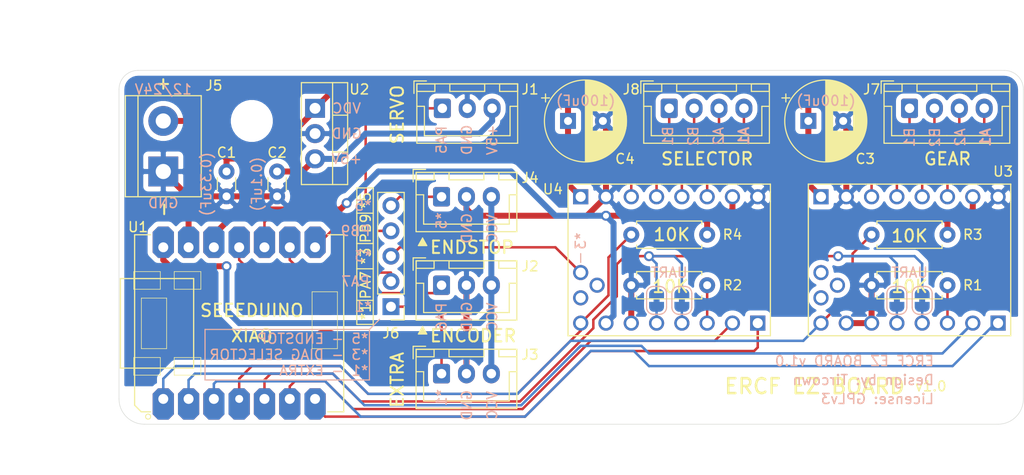
<source format=kicad_pcb>
(kicad_pcb (version 20171130) (host pcbnew "(5.1.9)-1")
  (title_block (title "ERCF EZ BOARD") (date 31/05/2021) (company "The ERCF fanclub") (comment 1 "by Tircown"))
  (layers (0 F.Cu signal) (31 B.Cu signal) (35 F.Paste user) (36 B.SilkS user) (37 F.SilkS user) (38 B.Mask user) (39 F.Mask user) (44 Edge.Cuts user))
  (net 0 "")
  (net 1 VDC)
  (net 2 GND)
  (net 3 +5V)
  (net 4 "Net-(J3-Pad1)")
  (net 5 "Net-(J4-Pad1)")
  (net 6 VCC)
  (net 7 ENCODER)
  (net 8 SERVO)
  (net 9 EXTRA)
  (net 10 S-MIN)
  (net 11 +3V3)
  (net 12 G-EN)
  (net 13 "Net-(R2-Pad1)")
  (net 14 S-EN)
  (net 15 UART)
  (net 16 S-STEP)
  (net 17 S-DIR)
  (net 18 G-STEP)
  (net 19 G-DIR)
  (net 20 "Net-(J6-Pad3)")
  (net 21 "Net-(J7-Pad4)")
  (net 22 "Net-(J7-Pad3)")
  (net 23 "Net-(J7-Pad2)")
  (net 24 "Net-(J7-Pad1)")
  (net 25 "Net-(J8-Pad1)")
  (net 26 "Net-(J8-Pad2)")
  (net 27 "Net-(J8-Pad3)")
  (net 28 "Net-(J8-Pad4)")
  (net 29 "Net-(R1-Pad1)")
  (net 30 "Net-(JP7-Pad2)")
  (net 31 "Net-(JP8-Pad2)")
  (net 32 "Net-(JP9-Pad2)")
  (net 33 "Net-(JP10-Pad2)")
  (module ercf-ez-board:SeeeduinoXIAO-MODULE14P (layer F.Cu) (at 81.28 133.35 90)
    (fp_text reference U1 (at 9.652 -2.54 180) (layer F.SilkS))
    (fp_text value SeeeduinoXIAO hide)
    (pad 14 thru_hole custom (at 7.62 0 90) (size 2 2) (drill 1) (layers *.Cu *.Mask) (net 6 VCC) (options (clearance outline) (anchor circle)) (primitives (gr_poly (pts (xy 2.032 -0.508) (xy 2.032 0.508) (xy 1.524 1.016) (xy -0.508 1.016) (xy -1.016 0.508) (xy -1.016 -0.508) (xy -0.508 -1.016) (xy 1.524 -1.016)) (width 0.1))))
    (pad 12 thru_hole custom (at 7.62 5.08 90) (size 2 2) (drill 1) (layers *.Cu *.Mask) (net 11 +3V3) (options (clearance outline) (anchor circle)) (primitives (gr_poly (pts (xy 2.032 -0.508) (xy 2.032 0.508) (xy 1.524 1.016) (xy -0.508 1.016) (xy -1.016 0.508) (xy -1.016 -0.508) (xy -0.508 -1.016) (xy 1.524 -1.016)) (width 0.1))))
    (pad 13 thru_hole custom (at 7.62 2.54 90) (size 2 2) (drill 1) (layers *.Cu *.Mask) (net 2 GND) (options (clearance outline) (anchor circle)) (primitives (gr_poly (pts (xy 2.032 -0.508) (xy 2.032 0.508) (xy 1.524 1.016) (xy -0.508 1.016) (xy -1.016 0.508) (xy -1.016 -0.508) (xy -0.508 -1.016) (xy 1.524 -1.016)) (width 0.1))))
    (pad 11 thru_hole custom (at 7.62 7.62 90) (size 2 2) (drill 1) (layers *.Cu *.Mask) (net 7 ENCODER) (options (clearance outline) (anchor circle)) (primitives (gr_poly (pts (xy 2.032 -0.508) (xy 2.032 0.508) (xy 1.524 1.016) (xy -0.508 1.016) (xy -1.016 0.508) (xy -1.016 -0.508) (xy -0.508 -1.016) (xy 1.524 -1.016)) (width 0.1))))
    (pad 8 thru_hole custom (at 7.62 15.24 90) (size 2 2) (drill 1) (layers *.Cu *.Mask) (net 10 S-MIN) (options (clearance outline) (anchor circle)) (primitives (gr_poly (pts (xy 2.032 -0.508) (xy 2.032 0.508) (xy 1.524 1.016) (xy -0.508 1.016) (xy -1.016 0.508) (xy -1.016 -0.508) (xy -0.508 -1.016) (xy 1.524 -1.016)) (width 0.1))))
    (pad 9 thru_hole custom (at 7.62 12.7 90) (size 2 2) (drill 1) (layers *.Cu *.Mask) (net 9 EXTRA) (options (clearance outline) (anchor circle)) (primitives (gr_poly (pts (xy 2.032 -0.508) (xy 2.032 0.508) (xy 1.524 1.016) (xy -0.508 1.016) (xy -1.016 0.508) (xy -1.016 -0.508) (xy -0.508 -1.016) (xy 1.524 -1.016)) (width 0.1))))
    (pad 10 thru_hole custom (at 7.62 10.16 90) (size 2 2) (drill 1) (layers *.Cu *.Mask) (net 8 SERVO) (options (clearance outline) (anchor circle)) (primitives (gr_poly (pts (xy 2.032 -0.508) (xy 2.032 0.508) (xy 1.524 1.016) (xy -0.508 1.016) (xy -1.016 0.508) (xy -1.016 -0.508) (xy -0.508 -1.016) (xy 1.524 -1.016)) (width 0.1))))
    (pad 7 thru_hole custom (at -7.62 15.24 90) (size 2 2) (drill 1) (layers *.Cu *.Mask) (net 17 S-DIR) (options (clearance outline) (anchor circle)) (primitives (gr_poly (pts (xy 1.016 -0.508) (xy 1.016 0.508) (xy 0.508 1.016) (xy -1.524 1.016) (xy -2.032 0.508) (xy -2.032 -0.508) (xy -1.524 -1.016) (xy 0.508 -1.016)) (width 0.1))))
    (pad 6 thru_hole custom (at -7.62 12.7 90) (size 2 2) (drill 1) (layers *.Cu *.Mask) (net 16 S-STEP) (options (clearance outline) (anchor circle)) (primitives (gr_poly (pts (xy 1.016 -0.508) (xy 1.016 0.508) (xy 0.508 1.016) (xy -1.524 1.016) (xy -2.032 0.508) (xy -2.032 -0.508) (xy -1.524 -1.016) (xy 0.508 -1.016)) (width 0.1))))
    (pad 5 thru_hole custom (at -7.62 10.16 90) (size 2 2) (drill 1) (layers *.Cu *.Mask) (net 15 UART) (options (clearance outline) (anchor circle)) (primitives (gr_poly (pts (xy 1.016 -0.508) (xy 1.016 0.508) (xy 0.508 1.016) (xy -1.524 1.016) (xy -2.032 0.508) (xy -2.032 -0.508) (xy -1.524 -1.016) (xy 0.508 -1.016)) (width 0.1))))
    (pad 1 thru_hole custom (at -7.62 0 90) (size 2 2) (drill 1) (layers *.Cu *.Mask) (net 12 G-EN) (options (clearance outline) (anchor circle)) (primitives (gr_poly (pts (xy 1.016 -0.508) (xy 1.016 0.508) (xy 0.508 1.016) (xy -1.524 1.016) (xy -2.032 0.508) (xy -2.032 -0.508) (xy -1.524 -1.016) (xy 0.508 -1.016)) (width 0.1))))
    (pad 2 thru_hole custom (at -7.62 2.54 90) (size 2 2) (drill 1) (layers *.Cu *.Mask) (net 18 G-STEP) (options (clearance outline) (anchor circle)) (primitives (gr_poly (pts (xy 1.016 -0.508) (xy 1.016 0.508) (xy 0.508 1.016) (xy -1.524 1.016) (xy -2.032 0.508) (xy -2.032 -0.508) (xy -1.524 -1.016) (xy 0.508 -1.016)) (width 0.1))))
    (pad 3 thru_hole custom (at -7.62 5.08 90) (size 2 2) (drill 1) (layers *.Cu *.Mask) (net 19 G-DIR) (options (clearance outline) (anchor circle)) (primitives (gr_poly (pts (xy 1.016 -0.508) (xy 1.016 0.508) (xy 0.508 1.016) (xy -1.524 1.016) (xy -2.032 0.508) (xy -2.032 -0.508) (xy -1.524 -1.016) (xy 0.508 -1.016)) (width 0.1))))
    (pad 4 thru_hole custom (at -7.62 7.62 90) (size 2 2) (drill 0.8) (layers *.Cu *.Mask) (net 14 S-EN) (options (clearance outline) (anchor circle)) (primitives (gr_poly (pts (xy 1.016 -0.508) (xy 1.016 0.508) (xy 0.508 1.016) (xy -1.524 1.016) (xy -2.032 0.508) (xy -2.032 -0.508) (xy -1.524 -1.016) (xy 0.508 -1.016)) (width 0.1))))
    (pad 20 smd circle (at 1.323403 1.853633 180) (size 1.143 1.143) (layers F.Cu F.Paste F.Mask))
    (pad 19 smd circle (at -1.216597 1.853633 180) (size 1.143 1.143) (layers F.Cu F.Paste F.Mask))
    (pad 18 smd circle (at 1.323403 -0.686367 180) (size 1.143 1.143) (layers F.Cu F.Paste F.Mask))
    (pad 17 smd circle (at -1.216597 -0.686367 180) (size 1.143 1.143) (layers F.Cu F.Paste F.Mask))
    (pad 16 smd oval (at 1.3346 16.31782 180) (size 2.032 1.016) (layers F.Cu F.Paste F.Mask))
    (pad 15 smd oval (at -1.2154 16.31782 180) (size 2.032 1.016) (layers F.Cu F.Paste F.Mask))
  )
  (module ercf-ez-board:PinHeader_1x05_P2.54mm_Vertical_2 (layer F.Cu) (at 104.14 131.699 180)
    (fp_text reference J6 (at 0 -2.667) (layer F.SilkS))
    (fp_text value Conn_01x05_Male)
    (pad 5 thru_hole oval (at 0 10.16 180) (size 1.7 1.7) (drill 1) (layers *.Cu *.Mask) (net 5 "Net-(J4-Pad1)"))
    (pad 4 thru_hole oval (at 0 7.62 180) (size 1.7 1.7) (drill 1) (layers *.Cu *.Mask) (net 10 S-MIN))
    (pad 3 thru_hole oval (at 0 5.08 180) (size 1.7 1.7) (drill 1) (layers *.Cu *.Mask) (net 20 "Net-(J6-Pad3)"))
    (pad 2 thru_hole oval (at 0 2.54 180) (size 1.7 1.7) (drill 1) (layers *.Cu *.Mask) (net 9 EXTRA))
    (pad 1 thru_hole rect (at 0 0 180) (size 1.7 1.7) (drill 1) (layers *.Cu *.Mask) (net 4 "Net-(J3-Pad1)"))
  )
  (module ercf-ez-board:TerminalBlock_bornier-2_P5.08mm_2 (layer F.Cu) (at 81.28 113.03 270)
    (fp_text reference J5 (at -3.556 -5.08 180) (layer F.SilkS))
    (fp_text value Screw_Terminal_01x02)
    (pad 2 thru_hole circle (at 0 0 270) (size 3 3) (drill 1.52) (layers *.Cu *.Mask) (net 1 VDC))
    (pad 1 thru_hole rect (at 5.08 0 270) (size 3 3) (drill 1.52) (layers *.Cu *.Mask) (net 2 GND))
  )
  (module ercf-ez-board:MODULE_TMC2209_SILENTSTEPSTICK (layer F.Cu) (at 132.08 127 270)
    (fp_text reference U4 (at -7.112 11.684 180) (layer F.SilkS))
    (fp_text value TMC2209_SILENTSTEPSTICK)
    (pad JP1_1 thru_hole rect (at 6.35 -8.89 270) (size 1.524 1.524) (drill 1.016) (layers *.Cu *.Mask) (net 17 S-DIR))
    (pad JP1_2 thru_hole circle (at 6.35 -6.35 270) (size 1.524 1.524) (drill 1.016) (layers *.Cu *.Mask) (net 16 S-STEP))
    (pad JP1_3 thru_hole circle (at 6.35 -3.81 270) (size 1.524 1.524) (drill 1.016) (layers *.Cu *.Mask) (net 13 "Net-(R2-Pad1)"))
    (pad JP1_4 thru_hole circle (at 6.35 -1.27 270) (size 1.524 1.524) (drill 1.016) (layers *.Cu *.Mask) (net 32 "Net-(JP9-Pad2)"))
    (pad JP1_5 thru_hole circle (at 6.35 1.27 270) (size 1.524 1.524) (drill 1.016) (layers *.Cu *.Mask) (net 33 "Net-(JP10-Pad2)"))
    (pad JP1_6 thru_hole circle (at 6.35 3.81 270) (size 1.524 1.524) (drill 1.016) (layers *.Cu *.Mask) (net 2 GND))
    (pad JP1_7 thru_hole circle (at 6.35 6.35 270) (size 1.524 1.524) (drill 1.016) (layers *.Cu *.Mask) (net 11 +3V3))
    (pad JP1_8 thru_hole circle (at 6.35 8.89 270) (size 1.524 1.524) (drill 1.016) (layers *.Cu *.Mask) (net 14 S-EN))
    (pad JP2_1 thru_hole rect (at -6.35 8.89 270) (size 1.524 1.524) (drill 1.016) (layers *.Cu *.Mask) (net 1 VDC))
    (pad JP2_2 thru_hole circle (at -6.35 6.35 270) (size 1.524 1.524) (drill 1.016) (layers *.Cu *.Mask) (net 2 GND))
    (pad JP2_5 thru_hole circle (at -6.35 3.81 270) (size 1.524 1.524) (drill 1.016) (layers *.Cu *.Mask) (net 25 "Net-(J8-Pad1)"))
    (pad JP2_4 thru_hole circle (at -6.35 1.27 270) (size 1.524 1.524) (drill 1.016) (layers *.Cu *.Mask) (net 26 "Net-(J8-Pad2)"))
    (pad JP2_3 thru_hole circle (at -6.35 -1.27 270) (size 1.524 1.524) (drill 1.016) (layers *.Cu *.Mask) (net 27 "Net-(J8-Pad3)"))
    (pad JP2_6 thru_hole circle (at -6.35 -3.81 270) (size 1.524 1.524) (drill 1.016) (layers *.Cu *.Mask) (net 28 "Net-(J8-Pad4)"))
    (pad JP2_7 thru_hole circle (at -6.35 -6.35 270) (size 1.524 1.524) (drill 1.016) (layers *.Cu *.Mask) (net 11 +3V3))
    (pad JP2_8 thru_hole circle (at -6.35 -8.89 270) (size 1.524 1.524) (drill 1.016) (layers *.Cu *.Mask) (net 2 GND))
    (pad JP5_1 thru_hole circle (at 3.81 8.89 270) (size 1.524 1.524) (drill 1.016) (layers *.Cu *.Mask))
    (pad JP4_1 thru_hole circle (at 1.27 8.89 270) (size 1.524 1.524) (drill 1.016) (layers *.Cu *.Mask) (net 20 "Net-(J6-Pad3)"))
    (pad JP3_1 thru_hole circle (at 2.54 7.239 270) (size 1.524 1.524) (drill 1.016) (layers *.Cu *.Mask))
  )
  (module ercf-ez-board:MODULE_TMC2209_SILENTSTEPSTICK (layer F.Cu) (at 156.21 127 270)
    (fp_text reference U3 (at -8.89 -9.398 180) (layer F.SilkS))
    (fp_text value TMC2209_SILENTSTEPSTICK)
    (pad JP1_1 thru_hole rect (at 6.35 -8.89 270) (size 1.524 1.524) (drill 1.016) (layers *.Cu *.Mask) (net 19 G-DIR))
    (pad JP1_2 thru_hole circle (at 6.35 -6.35 270) (size 1.524 1.524) (drill 1.016) (layers *.Cu *.Mask) (net 18 G-STEP))
    (pad JP1_3 thru_hole circle (at 6.35 -3.81 270) (size 1.524 1.524) (drill 1.016) (layers *.Cu *.Mask) (net 29 "Net-(R1-Pad1)"))
    (pad JP1_4 thru_hole circle (at 6.35 -1.27 270) (size 1.524 1.524) (drill 1.016) (layers *.Cu *.Mask) (net 30 "Net-(JP7-Pad2)"))
    (pad JP1_5 thru_hole circle (at 6.35 1.27 270) (size 1.524 1.524) (drill 1.016) (layers *.Cu *.Mask) (net 31 "Net-(JP8-Pad2)"))
    (pad JP1_6 thru_hole circle (at 6.35 3.81 270) (size 1.524 1.524) (drill 1.016) (layers *.Cu *.Mask) (net 2 GND))
    (pad JP1_7 thru_hole circle (at 6.35 6.35 270) (size 1.524 1.524) (drill 1.016) (layers *.Cu *.Mask) (net 2 GND))
    (pad JP1_8 thru_hole circle (at 6.35 8.89 270) (size 1.524 1.524) (drill 1.016) (layers *.Cu *.Mask) (net 12 G-EN))
    (pad JP2_1 thru_hole rect (at -6.35 8.89 270) (size 1.524 1.524) (drill 1.016) (layers *.Cu *.Mask) (net 1 VDC))
    (pad JP2_2 thru_hole circle (at -6.35 6.35 270) (size 1.524 1.524) (drill 1.016) (layers *.Cu *.Mask) (net 2 GND))
    (pad JP2_5 thru_hole circle (at -6.35 3.81 270) (size 1.524 1.524) (drill 1.016) (layers *.Cu *.Mask) (net 24 "Net-(J7-Pad1)"))
    (pad JP2_4 thru_hole circle (at -6.35 1.27 270) (size 1.524 1.524) (drill 1.016) (layers *.Cu *.Mask) (net 23 "Net-(J7-Pad2)"))
    (pad JP2_3 thru_hole circle (at -6.35 -1.27 270) (size 1.524 1.524) (drill 1.016) (layers *.Cu *.Mask) (net 22 "Net-(J7-Pad3)"))
    (pad JP2_6 thru_hole circle (at -6.35 -3.81 270) (size 1.524 1.524) (drill 1.016) (layers *.Cu *.Mask) (net 21 "Net-(J7-Pad4)"))
    (pad JP2_7 thru_hole circle (at -6.35 -6.35 270) (size 1.524 1.524) (drill 1.016) (layers *.Cu *.Mask) (net 11 +3V3))
    (pad JP2_8 thru_hole circle (at -6.35 -8.89 270) (size 1.524 1.524) (drill 1.016) (layers *.Cu *.Mask) (net 2 GND))
    (pad JP5_1 thru_hole circle (at 3.81 8.89 270) (size 1.524 1.524) (drill 1.016) (layers *.Cu *.Mask))
    (pad JP4_1 thru_hole circle (at 1.27 8.89 270) (size 1.524 1.524) (drill 1.016) (layers *.Cu *.Mask))
    (pad JP3_1 thru_hole circle (at 2.54 7.239 270) (size 1.524 1.524) (drill 1.016) (layers *.Cu *.Mask))
  )
  (module Connector_JST:JST_XH_B3B-XH-A_1x03_P2.50mm_Vertical (layer F.Cu) (at 109.22 129.54)
    (fp_text reference J2 (at 8.89 -1.905) (layer F.SilkS))
    (fp_text value Conn_01x03_Male)
    (pad 3 thru_hole oval (at 5 0) (size 1.7 1.95) (drill 0.95) (layers *.Cu *.Mask) (net 6 VCC))
    (pad 2 thru_hole oval (at 2.5 0) (size 1.7 1.95) (drill 0.95) (layers *.Cu *.Mask) (net 2 GND))
    (pad 1 thru_hole roundrect (at 0 0) (size 1.7 1.95) (drill 0.95) (layers *.Cu *.Mask) (roundrect_rratio 0.1470588235294118) (net 7 ENCODER))
  )
  (module Jumper:SolderJumper-2_P1.3mm_Bridged_RoundedPad1.0x1.5mm (layer B.Cu) (at 130.81 131.064 270)
    (fp_text reference JP10 hide)
    (fp_text value Jumper_NC_Small)
    (fp_poly (pts (xy 0.25 0.3) (xy -0.25 0.3) (xy -0.25 -0.3) (xy 0.25 -0.3)) (layer B.Cu) (width 0))
    (pad 1 smd custom (at -0.65 0 270) (size 1 0.5) (layers B.Cu B.Mask) (net 15 UART) (options (clearance outline) (anchor rect)) (primitives (gr_circle (center 0 -0.25) (end 0.5 -0.25) (width 0)) (gr_circle (center 0 0.25) (end 0.5 0.25) (width 0)) (gr_poly (pts (xy 0 0.75) (xy 0.5 0.75) (xy 0.5 -0.75) (xy 0 -0.75)) (width 0))))
    (pad 2 smd custom (at 0.65 0 270) (size 1 0.5) (layers B.Cu B.Mask) (net 33 "Net-(JP10-Pad2)") (options (clearance outline) (anchor rect)) (primitives (gr_circle (center 0 -0.25) (end 0.5 -0.25) (width 0)) (gr_circle (center 0 0.25) (end 0.5 0.25) (width 0)) (gr_poly (pts (xy 0 0.75) (xy -0.5 0.75) (xy -0.5 -0.75) (xy 0 -0.75)) (width 0))))
  )
  (module Jumper:SolderJumper-2_P1.3mm_Bridged_RoundedPad1.0x1.5mm (layer B.Cu) (at 133.35 131.064 270)
    (fp_text reference JP9 hide)
    (fp_text value Jumper_NC_Small)
    (fp_poly (pts (xy 0.25 0.3) (xy -0.25 0.3) (xy -0.25 -0.3) (xy 0.25 -0.3)) (layer B.Cu) (width 0))
    (pad 1 smd custom (at -0.65 0 270) (size 1 0.5) (layers B.Cu B.Mask) (net 15 UART) (options (clearance outline) (anchor rect)) (primitives (gr_circle (center 0 -0.25) (end 0.5 -0.25) (width 0)) (gr_circle (center 0 0.25) (end 0.5 0.25) (width 0)) (gr_poly (pts (xy 0 0.75) (xy 0.5 0.75) (xy 0.5 -0.75) (xy 0 -0.75)) (width 0))))
    (pad 2 smd custom (at 0.65 0 270) (size 1 0.5) (layers B.Cu B.Mask) (net 32 "Net-(JP9-Pad2)") (options (clearance outline) (anchor rect)) (primitives (gr_circle (center 0 -0.25) (end 0.5 -0.25) (width 0)) (gr_circle (center 0 0.25) (end 0.5 0.25) (width 0)) (gr_poly (pts (xy 0 0.75) (xy -0.5 0.75) (xy -0.5 -0.75) (xy 0 -0.75)) (width 0))))
  )
  (module Jumper:SolderJumper-2_P1.3mm_Bridged_RoundedPad1.0x1.5mm (layer B.Cu) (at 154.94 131.064 270)
    (fp_text reference JP8 hide)
    (fp_text value Jumper_NC_Small)
    (fp_poly (pts (xy 0.25 0.3) (xy -0.25 0.3) (xy -0.25 -0.3) (xy 0.25 -0.3)) (layer B.Cu) (width 0))
    (pad 1 smd custom (at -0.65 0 270) (size 1 0.5) (layers B.Cu B.Mask) (net 15 UART) (options (clearance outline) (anchor rect)) (primitives (gr_circle (center 0 -0.25) (end 0.5 -0.25) (width 0)) (gr_circle (center 0 0.25) (end 0.5 0.25) (width 0)) (gr_poly (pts (xy 0 0.75) (xy 0.5 0.75) (xy 0.5 -0.75) (xy 0 -0.75)) (width 0))))
    (pad 2 smd custom (at 0.65 0 270) (size 1 0.5) (layers B.Cu B.Mask) (net 31 "Net-(JP8-Pad2)") (options (clearance outline) (anchor rect)) (primitives (gr_circle (center 0 -0.25) (end 0.5 -0.25) (width 0)) (gr_circle (center 0 0.25) (end 0.5 0.25) (width 0)) (gr_poly (pts (xy 0 0.75) (xy -0.5 0.75) (xy -0.5 -0.75) (xy 0 -0.75)) (width 0))))
  )
  (module Jumper:SolderJumper-2_P1.3mm_Bridged_RoundedPad1.0x1.5mm (layer B.Cu) (at 157.48 131.064 270)
    (fp_text reference JP7 hide)
    (fp_text value Jumper_NC_Small)
    (fp_poly (pts (xy 0.25 0.3) (xy -0.25 0.3) (xy -0.25 -0.3) (xy 0.25 -0.3)) (layer B.Cu) (width 0))
    (pad 1 smd custom (at -0.65 0 270) (size 1 0.5) (layers B.Cu B.Mask) (net 15 UART) (options (clearance outline) (anchor rect)) (primitives (gr_circle (center 0 -0.25) (end 0.5 -0.25) (width 0)) (gr_circle (center 0 0.25) (end 0.5 0.25) (width 0)) (gr_poly (pts (xy 0 0.75) (xy 0.5 0.75) (xy 0.5 -0.75) (xy 0 -0.75)) (width 0))))
    (pad 2 smd custom (at 0.65 0 270) (size 1 0.5) (layers B.Cu B.Mask) (net 30 "Net-(JP7-Pad2)") (options (clearance outline) (anchor rect)) (primitives (gr_circle (center 0 -0.25) (end 0.5 -0.25) (width 0)) (gr_circle (center 0 0.25) (end 0.5 0.25) (width 0)) (gr_poly (pts (xy 0 0.75) (xy -0.5 0.75) (xy -0.5 -0.75) (xy 0 -0.75)) (width 0))))
  )
  (module MountingHole:MountingHole_3.2mm_M3 (layer F.Cu) (at 126.365 139.7)
    (fp_text reference H3 hide)
    (fp_text value MountingHole)
    (pad 1 np_thru_hole circle (at 0 0) (size 3.2 3.2) (drill 3.2) (layers *.Cu *.Mask))
  )
  (module Capacitor_THT:C_Disc_D3.0mm_W1.6mm_P2.50mm (layer F.Cu) (at 92.71 118.11 270)
    (fp_text reference C2 (at -1.905 0 180) (layer F.SilkS))
    (fp_text value 0.1uF)
    (pad 2 thru_hole circle (at 2.5 0 270) (size 1.6 1.6) (drill 0.8) (layers *.Cu *.Mask) (net 2 GND))
    (pad 1 thru_hole circle (at 0 0 270) (size 1.6 1.6) (drill 0.8) (layers *.Cu *.Mask) (net 3 +5V))
  )
  (module Package_TO_SOT_THT:TO-220-3_Vertical (layer F.Cu) (at 96.52 111.76 270)
    (fp_text reference U2 (at -1.905 -4.445 180) (layer F.SilkS))
    (fp_text value L7805)
    (pad 3 thru_hole oval (at 5.08 0 270) (size 1.905 2) (drill 1.1) (layers *.Cu *.Mask) (net 3 +5V))
    (pad 2 thru_hole oval (at 2.54 0 270) (size 1.905 2) (drill 1.1) (layers *.Cu *.Mask) (net 2 GND))
    (pad 1 thru_hole rect (at 0 0 270) (size 1.905 2) (drill 1.1) (layers *.Cu *.Mask) (net 1 VDC))
  )
  (module Resistor_THT:R_Axial_DIN0207_L6.3mm_D2.5mm_P7.62mm_Horizontal (layer F.Cu) (at 128.27 124.46)
    (fp_text reference R4 (at 10.16 0) (layer F.SilkS))
    (fp_text value 10k)
    (pad 2 thru_hole oval (at 7.62 0) (size 1.6 1.6) (drill 0.8) (layers *.Cu *.Mask) (net 11 +3V3))
    (pad 1 thru_hole circle (at 0 0) (size 1.6 1.6) (drill 0.8) (layers *.Cu *.Mask) (net 14 S-EN))
  )
  (module Resistor_THT:R_Axial_DIN0207_L6.3mm_D2.5mm_P7.62mm_Horizontal (layer F.Cu) (at 152.4 124.46)
    (fp_text reference R3 (at 10.16 0) (layer F.SilkS))
    (fp_text value 10k)
    (pad 2 thru_hole oval (at 7.62 0) (size 1.6 1.6) (drill 0.8) (layers *.Cu *.Mask) (net 11 +3V3))
    (pad 1 thru_hole circle (at 0 0) (size 1.6 1.6) (drill 0.8) (layers *.Cu *.Mask) (net 12 G-EN))
  )
  (module Resistor_THT:R_Axial_DIN0207_L6.3mm_D2.5mm_P7.62mm_Horizontal (layer F.Cu) (at 135.89 129.54 180)
    (fp_text reference R2 (at -2.54 0) (layer F.SilkS))
    (fp_text value 10k)
    (pad 2 thru_hole oval (at 7.62 0 180) (size 1.6 1.6) (drill 0.8) (layers *.Cu *.Mask) (net 2 GND))
    (pad 1 thru_hole circle (at 0 0 180) (size 1.6 1.6) (drill 0.8) (layers *.Cu *.Mask) (net 13 "Net-(R2-Pad1)"))
  )
  (module Resistor_THT:R_Axial_DIN0207_L6.3mm_D2.5mm_P7.62mm_Horizontal (layer F.Cu) (at 160.02 129.54 180)
    (fp_text reference R1 (at -2.54 0) (layer F.SilkS))
    (fp_text value 10k)
    (pad 2 thru_hole oval (at 7.62 0 180) (size 1.6 1.6) (drill 0.8) (layers *.Cu *.Mask) (net 2 GND))
    (pad 1 thru_hole circle (at 0 0 180) (size 1.6 1.6) (drill 0.8) (layers *.Cu *.Mask) (net 29 "Net-(R1-Pad1)"))
  )
  (module Connector_JST:JST_XH_B4B-XH-A_1x04_P2.50mm_Vertical (layer F.Cu) (at 132.08 111.76)
    (fp_text reference J8 (at -3.81 -1.905) (layer F.SilkS))
    (fp_text value Conn_01x04_Male)
    (pad 1 thru_hole roundrect (at 0 0) (size 1.7 1.95) (drill 0.95) (layers *.Cu *.Mask) (roundrect_rratio 0.1470588235294118) (net 25 "Net-(J8-Pad1)"))
    (pad 2 thru_hole oval (at 2.5 0) (size 1.7 1.95) (drill 0.95) (layers *.Cu *.Mask) (net 26 "Net-(J8-Pad2)"))
    (pad 3 thru_hole oval (at 5 0) (size 1.7 1.95) (drill 0.95) (layers *.Cu *.Mask) (net 27 "Net-(J8-Pad3)"))
    (pad 4 thru_hole oval (at 7.5 0) (size 1.7 1.95) (drill 0.95) (layers *.Cu *.Mask) (net 28 "Net-(J8-Pad4)"))
  )
  (module Connector_JST:JST_XH_B4B-XH-A_1x04_P2.50mm_Vertical (layer F.Cu) (at 156.21 111.76)
    (fp_text reference J7 (at -3.81 -1.905) (layer F.SilkS))
    (fp_text value Conn_01x04_Male)
    (pad 4 thru_hole oval (at 7.5 0) (size 1.7 1.95) (drill 0.95) (layers *.Cu *.Mask) (net 21 "Net-(J7-Pad4)"))
    (pad 3 thru_hole oval (at 5 0) (size 1.7 1.95) (drill 0.95) (layers *.Cu *.Mask) (net 22 "Net-(J7-Pad3)"))
    (pad 2 thru_hole oval (at 2.5 0) (size 1.7 1.95) (drill 0.95) (layers *.Cu *.Mask) (net 23 "Net-(J7-Pad2)"))
    (pad 1 thru_hole roundrect (at 0 0) (size 1.7 1.95) (drill 0.95) (layers *.Cu *.Mask) (roundrect_rratio 0.1470588235294118) (net 24 "Net-(J7-Pad1)"))
  )
  (module Connector_JST:JST_XH_B3B-XH-A_1x03_P2.50mm_Vertical (layer F.Cu) (at 109.22 120.65)
    (fp_text reference J4 (at 8.89 -1.905) (layer F.SilkS))
    (fp_text value Conn_01x03_Male)
    (pad 3 thru_hole oval (at 5 0) (size 1.7 1.95) (drill 0.95) (layers *.Cu *.Mask) (net 6 VCC))
    (pad 2 thru_hole oval (at 2.5 0) (size 1.7 1.95) (drill 0.95) (layers *.Cu *.Mask) (net 2 GND))
    (pad 1 thru_hole roundrect (at 0 0) (size 1.7 1.95) (drill 0.95) (layers *.Cu *.Mask) (roundrect_rratio 0.1470588235294118) (net 5 "Net-(J4-Pad1)"))
  )
  (module Connector_JST:JST_XH_B3B-XH-A_1x03_P2.50mm_Vertical (layer F.Cu) (at 109.22 138.43)
    (fp_text reference J3 (at 8.89 -1.905) (layer F.SilkS))
    (fp_text value Conn_01x03_Male)
    (pad 3 thru_hole oval (at 5 0) (size 1.7 1.95) (drill 0.95) (layers *.Cu *.Mask) (net 6 VCC))
    (pad 2 thru_hole oval (at 2.5 0) (size 1.7 1.95) (drill 0.95) (layers *.Cu *.Mask) (net 2 GND))
    (pad 1 thru_hole roundrect (at 0 0) (size 1.7 1.95) (drill 0.95) (layers *.Cu *.Mask) (roundrect_rratio 0.1470588235294118) (net 4 "Net-(J3-Pad1)"))
  )
  (module Connector_JST:JST_XH_B3B-XH-A_1x03_P2.50mm_Vertical (layer F.Cu) (at 109.3 111.76)
    (fp_text reference J1 (at 8.81 -1.905) (layer F.SilkS))
    (fp_text value Conn_01x03_Male)
    (pad 3 thru_hole oval (at 5 0) (size 1.7 1.95) (drill 0.95) (layers *.Cu *.Mask) (net 3 +5V))
    (pad 2 thru_hole oval (at 2.5 0) (size 1.7 1.95) (drill 0.95) (layers *.Cu *.Mask) (net 2 GND))
    (pad 1 thru_hole roundrect (at 0 0) (size 1.7 1.95) (drill 0.95) (layers *.Cu *.Mask) (roundrect_rratio 0.1470588235294118) (net 8 SERVO))
  )
  (module MountingHole:MountingHole_3.2mm_M3 (layer F.Cu) (at 90.17 113.03)
    (fp_text reference H2 hide)
    (fp_text value MountingHole)
    (pad 1 np_thru_hole circle (at 0 0) (size 3.2 3.2) (drill 3.2) (layers *.Cu *.Mask))
  )
  (module MountingHole:MountingHole_3.2mm_M3 (layer F.Cu) (at 163.83 139.7)
    (fp_text reference H1 hide)
    (fp_text value MountingHole)
    (pad 1 np_thru_hole circle (at 0 0) (size 3.2 3.2) (drill 3.2) (layers *.Cu *.Mask))
  )
  (module Capacitor_THT:CP_Radial_D8.0mm_P3.50mm (layer F.Cu) (at 121.92 113.03)
    (fp_text reference C4 (at 5.715 3.81) (layer F.SilkS))
    (fp_text value 100uF)
    (pad 2 thru_hole circle (at 3.5 0) (size 1.6 1.6) (drill 0.8) (layers *.Cu *.Mask) (net 2 GND))
    (pad 1 thru_hole rect (at 0 0) (size 1.6 1.6) (drill 0.8) (layers *.Cu *.Mask) (net 1 VDC))
  )
  (module Capacitor_THT:CP_Radial_D8.0mm_P3.50mm (layer F.Cu) (at 146.05 113.03)
    (fp_text reference C3 (at 5.715 3.81) (layer F.SilkS))
    (fp_text value 100uF)
    (pad 2 thru_hole circle (at 3.5 0) (size 1.6 1.6) (drill 0.8) (layers *.Cu *.Mask) (net 2 GND))
    (pad 1 thru_hole rect (at 0 0) (size 1.6 1.6) (drill 0.8) (layers *.Cu *.Mask) (net 1 VDC))
  )
  (module Capacitor_THT:C_Disc_D3.0mm_W1.6mm_P2.50mm (layer F.Cu) (at 87.63 118.11 270)
    (fp_text reference C1 (at -1.905 0 180) (layer F.SilkS))
    (fp_text value 0.33uF)
    (pad 2 thru_hole circle (at 2.5 0 270) (size 1.6 1.6) (drill 0.8) (layers *.Cu *.Mask) (net 2 GND))
    (pad 1 thru_hole circle (at 0 0 270) (size 1.6 1.6) (drill 0.8) (layers *.Cu *.Mask) (net 1 VDC))
  )
  (gr_text "ERCF EZ BOARD v1.0" (at 158.75 137.16) (layer B.SilkS) (effects (font (size 1 1)) (justify left mirror)))
  (gr_text "License: GPLv3" (at 158.75 140.97) (layer B.SilkS) (effects (font (size 1 1)) (justify left mirror)))
  (gr_text "Design by: Tircown" (at 158.75 139.065) (layer B.SilkS) (effects (font (size 1 1)) (justify left mirror)))
  (gr_text UART (at 132.08 128.27) (layer B.SilkS) (effects (font (size 1 1)) (justify mirror)))
  (gr_text UART (at 156.21 128.27) (layer B.SilkS) (effects (font (size 1 1)) (justify mirror)))
  (gr_text - (at 81.28 121.92 90) (layer F.SilkS) (effects (font (size 1.25 1.25) (thickness 0.2))))
  (gr_text + (at 81.28 109.22) (layer F.SilkS) (effects (font (size 1.25 1.25) (thickness 0.2))))
  (gr_text GND (at 81.28 121.285) (layer B.SilkS) (effects (font (size 1 1)) (justify mirror)))
  (gr_text 12/24V (at 81.28 109.855) (layer B.SilkS) (effects (font (size 1 1)) (justify mirror)))
  (gr_text "(100uF)" (at 147.828 110.998) (layer B.SilkS) (effects (font (size 1 1)) (justify mirror)))
  (gr_text "(100uF)" (at 123.698 110.998) (layer B.SilkS) (effects (font (size 1 1)) (justify mirror)))
  (gr_text "(0.1uF)" (at 90.678 119.38 90) (layer B.SilkS) (effects (font (size 1 1)) (justify mirror)))
  (gr_text "(0.33uF)" (at 85.598 119.38 90) (layer B.SilkS) (effects (font (size 1 1)) (justify mirror)))
  (gr_text 10K (at 132.334 124.46) (layer F.SilkS) (effects (font (size 1.25 1.25) (thickness 0.2))))
  (gr_text 10K (at 132.207 129.667) (layer F.SilkS) (effects (font (size 1.25 1.25) (thickness 0.2))))
  (gr_text 10K (at 156.21 129.667) (layer F.SilkS) (effects (font (size 1.25 1.25) (thickness 0.2))))
  (gr_text 10K (at 156.21 124.587) (layer F.SilkS) (effects (font (size 1.25 1.25) (thickness 0.2))))
  (gr_line (start 102.362 122.301) (end 100.711 122.301) (layer F.SilkS) (width 0.12))
  (gr_line (start 102.362 131.064) (end 100.711 131.064) (layer F.SilkS) (width 0.12))
  (gr_line (start 102.362 125.349) (end 100.711 125.349) (layer F.SilkS) (width 0.12))
  (gr_line (start 102.362 133.477) (end 102.362 119.761) (layer F.SilkS) (width 0.12))
  (gr_line (start 102.362 127.889) (end 100.711 127.889) (layer F.SilkS) (width 0.12))
  (gr_line (start 100.711 133.477) (end 102.362 133.477) (layer F.SilkS) (width 0.12))
  (gr_line (start 100.711 119.761) (end 100.711 133.477) (layer F.SilkS) (width 0.12))
  (gr_line (start 102.362 119.761) (end 100.711 119.761) (layer F.SilkS) (width 0.12))
  (gr_text PA7 (at 101.6 129.54 90) (layer F.SilkS) (effects (font (size 1 1))))
  (gr_text *1 (at 101.6 132.207 90) (layer F.SilkS) (effects (font (size 1 1))))
  (gr_text *3 (at 101.6 126.619 90) (layer F.SilkS) (effects (font (size 1 1))))
  (gr_text PB9 (at 101.6 123.825 90) (layer F.SilkS) (effects (font (size 1 1))))
  (gr_text *5 (at 101.6 121.031 90) (layer F.SilkS) (effects (font (size 1 1))))
  (gr_text XIAO (at 90.17 134.62) (layer F.SilkS) (effects (font (size 1.25 1.25) (thickness 0.2))))
  (gr_text SEEEDUINO (at 90.17 132.08) (layer F.SilkS) (effects (font (size 1.25 1.25) (thickness 0.2))))
  (gr_text ▲ (at 107.315 133.985) (layer F.SilkS) (effects (font (size 1 1) (thickness 0.1))))
  (gr_text ▲ (at 107.315 125.095) (layer F.SilkS) (effects (font (size 1 1) (thickness 0.1))))
  (gr_text EXTRA (at 104.775 139.065 90) (layer F.SilkS) (effects (font (size 1.25 1.25) (thickness 0.2))))
  (gr_text ENCODER (at 107.95 134.62) (layer F.SilkS) (effects (font (size 1.25 1.25) (thickness 0.2)) (justify left)))
  (gr_text ENDSTOP (at 107.95 125.73) (layer F.SilkS) (effects (font (size 1.25 1.25) (thickness 0.2)) (justify left)))
  (gr_text SERVO (at 104.775 112.395 90) (layer F.SilkS) (effects (font (size 1.25 1.25) (thickness 0.2))))
  (gr_line (start 123.19 126.365) (end 123.19 127.254) (layer B.SilkS) (width 0.12))
  (gr_line (start 101.981 133.985) (end 102.997 132.969) (layer B.SilkS) (width 0.12))
  (gr_line (start 101.981 139.065) (end 101.981 133.985) (layer B.SilkS) (width 0.12))
  (gr_line (start 85.471 139.065) (end 101.981 139.065) (layer B.SilkS) (width 0.12))
  (gr_line (start 85.471 133.985) (end 85.471 139.065) (layer B.SilkS) (width 0.12))
  (gr_line (start 101.981 133.985) (end 85.471 133.985) (layer B.SilkS) (width 0.12))
  (gr_text "*5 - ENDSTOP\n*3 - DIAG SELECTOR\n*1 - EXTRA" (at 101.981 136.525) (layer B.SilkS) (effects (font (size 1 1)) (justify left mirror)))
  (gr_text "*1  " (at 100.584 131.699) (layer B.SilkS) (effects (font (size 1 1)) (justify mirror)))
  (gr_text "*5  " (at 100.584 121.539) (layer B.SilkS) (effects (font (size 1 1)) (justify mirror)))
  (gr_text "*3  " (at 100.584 126.619) (layer B.SilkS) (effects (font (size 1 1)) (justify mirror)))
  (gr_text *3 (at 123.19 125.095 90) (layer B.SilkS) (effects (font (size 1 1)) (justify mirror)))
  (gr_text PB9 (at 100.584 124.079) (layer B.SilkS) (effects (font (size 1 1)) (justify mirror)))
  (gr_text PA7 (at 100.584 129.159) (layer B.SilkS) (effects (font (size 1 1)) (justify mirror)))
  (gr_text +5V (at 114.3 114.935 90) (layer B.SilkS) (effects (font (size 1 1)) (justify mirror)))
  (gr_text GND (at 111.76 114.935 90) (layer B.SilkS) (effects (font (size 1 1)) (justify mirror)))
  (gr_text PA5 (at 109.22 114.935 90) (layer B.SilkS) (effects (font (size 1 1)) (justify mirror)))
  (gr_text VDC (at 99.695 111.76) (layer B.SilkS) (effects (font (size 1 1)) (justify mirror)))
  (gr_text +5V (at 99.695 116.84) (layer B.SilkS) (effects (font (size 1 1)) (justify mirror)))
  (gr_text GND (at 99.695 114.3) (layer B.SilkS) (effects (font (size 1 1)) (justify mirror)))
  (gr_text "*1  " (at 109.22 141.605 90) (layer B.SilkS) (effects (font (size 1 1)) (justify mirror)))
  (gr_text GND (at 111.76 141.605 90) (layer B.SilkS) (effects (font (size 1 1)) (justify mirror)))
  (gr_text VCC (at 114.3 141.605 90) (layer B.SilkS) (effects (font (size 1 1)) (justify mirror)))
  (gr_text PA6 (at 109.22 132.715 90) (layer B.SilkS) (effects (font (size 1 1)) (justify mirror)))
  (gr_text GND (at 111.76 132.715 90) (layer B.SilkS) (effects (font (size 1 1)) (justify mirror)))
  (gr_text VCC (at 114.3 132.715 90) (layer B.SilkS) (effects (font (size 1 1)) (justify mirror)))
  (gr_text VCC (at 114.3 123.825 90) (layer B.SilkS) (effects (font (size 1 1)) (justify mirror)))
  (gr_text GND (at 111.76 123.825 90) (layer B.SilkS) (effects (font (size 1 1)) (justify mirror)))
  (gr_text "*5  " (at 109.22 123.825 90) (layer B.SilkS) (effects (font (size 1 1)) (justify mirror)))
  (gr_text A1 (at 139.573 114.554 90) (layer B.SilkS) (effects (font (size 1 1) (thickness 0.2)) (justify mirror)))
  (gr_text B1 (at 131.953 114.554 90) (layer B.SilkS) (effects (font (size 1 1)) (justify mirror)))
  (gr_text A2 (at 137.033 114.554 90) (layer B.SilkS) (effects (font (size 1 1)) (justify mirror)))
  (gr_text B2 (at 134.493 114.554 90) (layer B.SilkS) (effects (font (size 1 1)) (justify mirror)))
  (gr_text B1 (at 156.21 114.681 90) (layer B.SilkS) (effects (font (size 1 1)) (justify mirror)))
  (gr_text B2 (at 158.75 114.681 90) (layer B.SilkS) (effects (font (size 1 1)) (justify mirror)))
  (gr_text A2 (at 161.29 114.681 90) (layer B.SilkS) (effects (font (size 1 1)) (justify mirror)))
  (gr_text A1 (at 163.83 114.681 90) (layer B.SilkS) (effects (font (size 1 1) (thickness 0.2)) (justify mirror)))
  (gr_text SELECTOR (at 135.89 116.84) (layer F.SilkS) (effects (font (size 1.25 1.25) (thickness 0.2))))
  (gr_text GEAR (at 160.02 116.84) (layer F.SilkS) (effects (font (size 1.25 1.25) (thickness 0.2))))
  (gr_line (start 76.835 109.855) (end 76.835 140.97) (layer Edge.Cuts) (width 0.05))
  (gr_line (start 165.735 107.95) (end 78.74 107.95) (layer Edge.Cuts) (width 0.05))
  (gr_line (start 167.64 140.97) (end 167.64 109.855) (layer Edge.Cuts) (width 0.05))
  (gr_line (start 79.375 143.51) (end 165.1 143.51) (layer Edge.Cuts) (width 0.05))
  (gr_arc (start 79.375 140.97) (end 76.835 140.97) (angle -90) (layer Edge.Cuts) (width 0.05))
  (gr_arc (start 165.1 140.97) (end 165.1 143.51) (angle -90) (layer Edge.Cuts) (width 0.05))
  (gr_arc (start 165.735 109.855) (end 167.64 109.855) (angle -90) (layer Edge.Cuts) (width 0.05))
  (gr_arc (start 78.74 109.855) (end 78.74 107.95) (angle -90) (layer Edge.Cuts) (width 0.05))
  (gr_text v1.0 (at 160.02 139.7) (layer F.SilkS) (effects (font (size 1 1)) (justify right)))
  (gr_text "ERCF EZ BOARD" (at 146.685 139.7) (layer F.SilkS) (effects (font (size 1.5 1.5) (thickness 0.25))))
  (segment (start 81.28 113.03) (end 83.82 113.03) (width 0.6) (layer F.Cu) (net 1))
  (segment (start 87.63 116.84) (end 87.63 118.11) (width 0.6) (layer F.Cu) (net 1))
  (segment (start 83.82 113.03) (end 87.63 116.84) (width 0.6) (layer F.Cu) (net 1))
  (segment (start 121.92 119.38) (end 123.19 120.65) (width 0.6) (layer F.Cu) (net 1))
  (segment (start 121.92 113.03) (end 121.92 119.38) (width 0.6) (layer F.Cu) (net 1))
  (segment (start 146.05 119.38) (end 147.32 120.65) (width 0.6) (layer F.Cu) (net 1))
  (segment (start 146.05 113.03) (end 146.05 119.38) (width 0.6) (layer F.Cu) (net 1))
  (segment (start 146.05 110.49) (end 146.05 113.03) (width 0.6) (layer F.Cu) (net 1))
  (segment (start 121.92 110.49) (end 121.92 113.03) (width 0.6) (layer F.Cu) (net 1))
  (segment (start 87.660001 116.809999) (end 87.63 116.84) (width 0.6) (layer F.Cu) (net 1))
  (segment (start 121.285 109.855) (end 121.92 110.49) (width 0.6) (layer F.Cu) (net 1))
  (segment (start 99.695 109.855) (end 121.285 109.855) (width 0.6) (layer F.Cu) (net 1))
  (segment (start 145.415 109.855) (end 146.05 110.49) (width 0.6) (layer F.Cu) (net 1))
  (segment (start 121.285 109.855) (end 145.415 109.855) (width 0.6) (layer F.Cu) (net 1))
  (segment (start 99.695 109.855) (end 98.425 109.855) (width 0.6) (layer F.Cu) (net 1))
  (segment (start 96.52 111.76) (end 98.425 109.855) (width 0.6) (layer F.Cu) (net 1))
  (segment (start 91.663999 116.809999) (end 87.660001 116.809999) (width 0.6) (layer F.Cu) (net 1))
  (segment (start 96.52 111.76) (end 96.52 111.953998) (width 0.6) (layer F.Cu) (net 1))
  (segment (start 96.52 111.953998) (end 91.663999 116.809999) (width 0.6) (layer F.Cu) (net 1))
  (segment (start 83.78 120.61) (end 81.28 118.11) (width 0.6) (layer F.Cu) (net 2))
  (segment (start 87.63 120.61) (end 83.78 120.61) (width 0.6) (layer F.Cu) (net 2))
  (segment (start 87.63 120.61) (end 92.71 120.61) (width 0.6) (layer F.Cu) (net 2))
  (segment (start 125.73 113.34) (end 125.42 113.03) (width 0.6) (layer F.Cu) (net 2))
  (segment (start 125.73 120.65) (end 125.73 113.34) (width 0.6) (layer F.Cu) (net 2))
  (segment (start 152.4 129.54) (end 152.4 133.35) (width 0.6) (layer F.Cu) (net 2))
  (segment (start 128.27 129.54) (end 128.27 133.35) (width 0.6) (layer F.Cu) (net 2))
  (segment (start 149.86 133.35) (end 152.4 133.35) (width 0.6) (layer F.Cu) (net 2))
  (segment (start 111.72 129.54) (end 111.72 138.43) (width 0.6) (layer F.Cu) (net 2))
  (segment (start 125.73 120.65) (end 123.825 122.555) (width 0.6) (layer F.Cu) (net 2))
  (segment (start 123.825 122.555) (end 112.395 122.555) (width 0.6) (layer F.Cu) (net 2))
  (segment (start 111.72 121.88) (end 112.395 122.555) (width 0.6) (layer F.Cu) (net 2))
  (segment (start 111.72 120.65) (end 111.72 121.88) (width 0.6) (layer F.Cu) (net 2))
  (segment (start 83.82 120.65) (end 81.28 118.11) (width 0.6) (layer F.Cu) (net 2))
  (segment (start 83.82 125.73) (end 83.82 120.65) (width 0.6) (layer F.Cu) (net 2))
  (segment (start 149.86 113.34) (end 149.55 113.03) (width 0.6) (layer F.Cu) (net 2))
  (segment (start 149.86 120.65) (end 149.86 113.34) (width 0.6) (layer F.Cu) (net 2))
  (segment (start 101.6 114.3) (end 113.03 114.3) (width 0.6) (layer B.Cu) (net 3))
  (segment (start 114.3 113.03) (end 114.3 111.76) (width 0.6) (layer B.Cu) (net 3))
  (segment (start 113.03 114.3) (end 114.3 113.03) (width 0.6) (layer B.Cu) (net 3))
  (segment (start 95.25 118.11) (end 96.52 116.84) (width 0.6) (layer F.Cu) (net 3))
  (segment (start 92.71 118.11) (end 95.25 118.11) (width 0.6) (layer F.Cu) (net 3))
  (segment (start 99.06 116.84) (end 101.346 114.554) (width 0.6) (layer B.Cu) (net 3))
  (segment (start 96.52 116.84) (end 99.06 116.84) (width 0.6) (layer B.Cu) (net 3))
  (segment (start 101.346 114.554) (end 101.6 114.3) (width 0.6) (layer B.Cu) (net 3))
  (segment (start 109.22 132.715) (end 109.22 138.43) (width 0.25) (layer F.Cu) (net 4))
  (segment (start 108.204 131.699) (end 109.22 132.715) (width 0.25) (layer F.Cu) (net 4))
  (segment (start 104.14 131.699) (end 108.204 131.699) (width 0.25) (layer F.Cu) (net 4))
  (segment (start 105.029 120.65) (end 104.14 121.539) (width 0.25) (layer F.Cu) (net 5))
  (segment (start 109.22 120.65) (end 105.029 120.65) (width 0.25) (layer F.Cu) (net 5))
  (segment (start 114.22 137.964202) (end 114.22 138.43) (width 0.6) (layer B.Cu) (net 6))
  (segment (start 114.22 132.16) (end 114.22 137.964202) (width 0.6) (layer B.Cu) (net 6))
  (segment (start 114.22 120.65) (end 114.22 132.16) (width 0.6) (layer B.Cu) (net 6))
  (via (at 87.63 127.635) (size 1) (drill 0.6) (layers F.Cu B.Cu) (net 6))
  (segment (start 113.03 133.35) (end 114.22 132.16) (width 0.6) (layer B.Cu) (net 6))
  (segment (start 81.28 125.73) (end 81.28 127) (width 0.6) (layer F.Cu) (net 6))
  (segment (start 81.28 127) (end 81.915 127.635) (width 0.6) (layer F.Cu) (net 6))
  (segment (start 81.915 127.635) (end 87.63 127.635) (width 0.6) (layer F.Cu) (net 6))
  (segment (start 87.63 127.635) (end 87.63 132.08) (width 0.6) (layer B.Cu) (net 6))
  (segment (start 87.63 132.08) (end 88.9 133.35) (width 0.6) (layer B.Cu) (net 6))
  (segment (start 88.9 133.35) (end 113.03 133.35) (width 0.6) (layer B.Cu) (net 6))
  (segment (start 109.22 129.54) (end 108.585 129.54) (width 0.25) (layer F.Cu) (net 7))
  (segment (start 108.425999 130.334001) (end 92.234001 130.334001) (width 0.25) (layer F.Cu) (net 7))
  (segment (start 109.22 129.54) (end 108.839 129.54) (width 0.25) (layer F.Cu) (net 7))
  (segment (start 92.234001 130.334001) (end 88.9 127) (width 0.25) (layer F.Cu) (net 7))
  (segment (start 88.9 127) (end 88.9 125.73) (width 0.25) (layer F.Cu) (net 7))
  (segment (start 109.22 129.54) (end 108.425999 130.334001) (width 0.25) (layer F.Cu) (net 7))
  (segment (start 102.87 111.76) (end 109.3 111.76) (width 0.25) (layer F.Cu) (net 8))
  (segment (start 101.6 113.03) (end 102.87 111.76) (width 0.25) (layer F.Cu) (net 8))
  (segment (start 101.6 121.92) (end 101.6 113.03) (width 0.25) (layer F.Cu) (net 8))
  (segment (start 91.44 125.73) (end 91.44 123.19) (width 0.25) (layer F.Cu) (net 8))
  (segment (start 100.584 122.936) (end 91.694 122.936) (width 0.25) (layer F.Cu) (net 8))
  (segment (start 101.6 121.92) (end 100.584 122.936) (width 0.25) (layer F.Cu) (net 8))
  (segment (start 91.44 123.19) (end 91.694 122.936) (width 0.25) (layer F.Cu) (net 8))
  (segment (start 93.98 125.73) (end 93.98 127) (width 0.25) (layer F.Cu) (net 9))
  (segment (start 93.98 127) (end 95.25 128.27) (width 0.25) (layer F.Cu) (net 9))
  (segment (start 95.25 128.27) (end 104.14 128.27) (width 0.25) (layer F.Cu) (net 9))
  (segment (start 96.52 125.73) (end 96.52 123.825) (width 0.25) (layer F.Cu) (net 10))
  (segment (start 98.171 124.079) (end 96.52 125.73) (width 0.25) (layer F.Cu) (net 10))
  (segment (start 104.14 124.079) (end 98.171 124.079) (width 0.25) (layer F.Cu) (net 10))
  (segment (start 162.56 120.65) (end 162.56 121.92) (width 0.6) (layer F.Cu) (net 11))
  (segment (start 162.56 121.92) (end 161.925 122.555) (width 0.6) (layer F.Cu) (net 11))
  (segment (start 138.43 121.92) (end 137.795 122.555) (width 0.6) (layer F.Cu) (net 11))
  (segment (start 138.43 120.65) (end 138.43 121.92) (width 0.6) (layer F.Cu) (net 11))
  (segment (start 135.89 123.19) (end 135.255 122.555) (width 0.6) (layer F.Cu) (net 11))
  (segment (start 135.89 124.46) (end 135.89 123.19) (width 0.6) (layer F.Cu) (net 11))
  (segment (start 137.795 122.555) (end 135.255 122.555) (width 0.6) (layer F.Cu) (net 11))
  (segment (start 160.02 124.46) (end 160.02 123.19) (width 0.6) (layer F.Cu) (net 11))
  (segment (start 160.02 123.19) (end 159.385 122.555) (width 0.6) (layer F.Cu) (net 11))
  (segment (start 159.385 122.555) (end 137.795 122.555) (width 0.6) (layer F.Cu) (net 11))
  (segment (start 161.925 122.555) (end 159.385 122.555) (width 0.6) (layer F.Cu) (net 11))
  (via (at 99.695 121.285) (size 1) (drill 0.6) (layers F.Cu B.Cu) (net 11))
  (segment (start 99.05001 121.92999) (end 99.695 121.285) (width 0.6) (layer F.Cu) (net 11))
  (segment (start 126.491999 132.588001) (end 126.491999 123.316999) (width 0.6) (layer B.Cu) (net 11))
  (segment (start 125.73 133.35) (end 126.491999 132.588001) (width 0.6) (layer B.Cu) (net 11))
  (segment (start 116.205 118.11) (end 120.65 122.555) (width 0.6) (layer B.Cu) (net 11))
  (segment (start 126.491999 123.316999) (end 125.73 122.555) (width 0.6) (layer B.Cu) (net 11))
  (segment (start 120.65 122.555) (end 125.73 122.555) (width 0.6) (layer B.Cu) (net 11))
  (segment (start 102.87 118.11) (end 116.205 118.11) (width 0.6) (layer B.Cu) (net 11))
  (segment (start 99.695 121.285) (end 102.87 118.11) (width 0.6) (layer B.Cu) (net 11))
  (segment (start 135.255 122.555) (end 125.73 122.555) (width 0.6) (layer F.Cu) (net 11))
  (via (at 125.73 122.555) (size 1) (drill 0.6) (layers F.Cu B.Cu) (net 11))
  (segment (start 86.36 125.73) (end 86.36 124.46) (width 0.6) (layer F.Cu) (net 11))
  (segment (start 88.89001 121.92999) (end 92.06501 121.92999) (width 0.6) (layer F.Cu) (net 11))
  (segment (start 86.36 124.46) (end 88.89001 121.92999) (width 0.6) (layer F.Cu) (net 11))
  (segment (start 92.06501 121.92999) (end 99.05001 121.92999) (width 0.6) (layer F.Cu) (net 11))
  (segment (start 150.495 130.175) (end 150.495 126.365) (width 0.25) (layer F.Cu) (net 12))
  (segment (start 150.495 126.365) (end 152.4 124.46) (width 0.25) (layer F.Cu) (net 12))
  (segment (start 147.32 133.35) (end 150.495 130.175) (width 0.25) (layer F.Cu) (net 12))
  (segment (start 145.542 135.128) (end 122.174 135.128) (width 0.25) (layer B.Cu) (net 12))
  (segment (start 147.32 133.35) (end 145.542 135.128) (width 0.25) (layer B.Cu) (net 12))
  (segment (start 122.174 135.128) (end 116.84 140.462) (width 0.25) (layer B.Cu) (net 12))
  (segment (start 116.84 140.462) (end 101.854 140.462) (width 0.25) (layer B.Cu) (net 12))
  (segment (start 101.854 140.462) (end 99.06 137.668) (width 0.25) (layer B.Cu) (net 12))
  (segment (start 99.06 137.668) (end 82.55 137.668) (width 0.25) (layer B.Cu) (net 12))
  (segment (start 81.28 138.938) (end 82.55 137.668) (width 0.25) (layer B.Cu) (net 12))
  (segment (start 81.28 140.97) (end 81.28 138.938) (width 0.25) (layer B.Cu) (net 12))
  (segment (start 135.89 129.54) (end 135.89 133.35) (width 0.25) (layer F.Cu) (net 13))
  (segment (start 125.984 126.746) (end 125.984 130.556) (width 0.25) (layer F.Cu) (net 14))
  (segment (start 128.27 124.46) (end 125.984 126.746) (width 0.25) (layer F.Cu) (net 14))
  (segment (start 123.19 133.35) (end 125.984 130.556) (width 0.25) (layer F.Cu) (net 14))
  (segment (start 123.19 134.112) (end 123.19 133.35) (width 0.25) (layer F.Cu) (net 14))
  (segment (start 116.84 140.462) (end 123.19 134.112) (width 0.25) (layer F.Cu) (net 14))
  (segment (start 88.9 140.97) (end 88.9 138.938) (width 0.25) (layer F.Cu) (net 14))
  (segment (start 88.9 138.938) (end 90.17 137.668) (width 0.25) (layer F.Cu) (net 14))
  (segment (start 90.17 137.668) (end 99.06 137.668) (width 0.25) (layer F.Cu) (net 14))
  (segment (start 99.06 137.668) (end 101.854 140.462) (width 0.25) (layer F.Cu) (net 14))
  (segment (start 101.854 140.462) (end 116.84 140.462) (width 0.25) (layer F.Cu) (net 14))
  (via (at 149.042001 126.619) (size 1) (drill 0.6) (layers F.Cu B.Cu) (net 15))
  (segment (start 149.042001 126.619) (end 154.178 126.619) (width 0.25) (layer B.Cu) (net 15))
  (segment (start 154.94 127.381) (end 154.94 130.414) (width 0.25) (layer B.Cu) (net 15))
  (segment (start 154.178 126.619) (end 154.94 127.381) (width 0.25) (layer B.Cu) (net 15))
  (segment (start 149.042001 126.619) (end 132.588 126.619) (width 0.25) (layer F.Cu) (net 15))
  (segment (start 133.35 127.381) (end 132.588 126.619) (width 0.25) (layer B.Cu) (net 15))
  (segment (start 133.35 130.414) (end 133.35 127.381) (width 0.25) (layer B.Cu) (net 15))
  (via (at 130.04799 126.619) (size 1) (drill 0.6) (layers F.Cu B.Cu) (net 15))
  (segment (start 130.81 127.38101) (end 130.04799 126.619) (width 0.25) (layer B.Cu) (net 15))
  (segment (start 130.81 130.414) (end 130.81 127.38101) (width 0.25) (layer B.Cu) (net 15))
  (segment (start 132.588 126.619) (end 130.04799 126.619) (width 0.25) (layer F.Cu) (net 15))
  (segment (start 157.48 127.381) (end 156.718 126.619) (width 0.25) (layer B.Cu) (net 15))
  (segment (start 157.48 130.414) (end 157.48 127.381) (width 0.25) (layer B.Cu) (net 15))
  (segment (start 149.042001 126.619) (end 156.718 126.619) (width 0.25) (layer B.Cu) (net 15))
  (segment (start 132.588 126.619) (end 130.04799 126.619) (width 0.25) (layer B.Cu) (net 15))
  (segment (start 126.81501 127.43899) (end 127.635 126.619) (width 0.25) (layer F.Cu) (net 15))
  (segment (start 124.460705 133.010533) (end 126.81501 130.656228) (width 0.25) (layer F.Cu) (net 15))
  (segment (start 126.81501 130.656228) (end 126.81501 127.43899) (width 0.25) (layer F.Cu) (net 15))
  (segment (start 124.460705 133.857295) (end 124.460705 133.010533) (width 0.25) (layer F.Cu) (net 15))
  (segment (start 117.094 141.224) (end 124.460705 133.857295) (width 0.25) (layer F.Cu) (net 15))
  (segment (start 101.092 141.224) (end 117.094 141.224) (width 0.25) (layer F.Cu) (net 15))
  (segment (start 127.635 126.619) (end 130.04799 126.619) (width 0.25) (layer F.Cu) (net 15))
  (segment (start 98.298 138.43) (end 101.092 141.224) (width 0.25) (layer F.Cu) (net 15))
  (segment (start 92.075 138.43) (end 98.298 138.43) (width 0.25) (layer F.Cu) (net 15))
  (segment (start 91.44 139.065) (end 92.075 138.43) (width 0.25) (layer F.Cu) (net 15))
  (segment (start 91.44 140.97) (end 91.44 139.065) (width 0.25) (layer F.Cu) (net 15))
  (segment (start 93.98 139.7) (end 93.98 140.97) (width 0.25) (layer F.Cu) (net 16))
  (segment (start 94.488 139.192) (end 93.98 139.7) (width 0.25) (layer F.Cu) (net 16))
  (segment (start 97.536 139.192) (end 94.488 139.192) (width 0.25) (layer F.Cu) (net 16))
  (segment (start 100.33 141.986) (end 97.536 139.192) (width 0.25) (layer F.Cu) (net 16))
  (segment (start 124.206 135.128) (end 117.348 141.986) (width 0.25) (layer F.Cu) (net 16))
  (segment (start 136.652 135.128) (end 124.206 135.128) (width 0.25) (layer F.Cu) (net 16))
  (segment (start 117.348 141.986) (end 100.33 141.986) (width 0.25) (layer F.Cu) (net 16))
  (segment (start 138.43 133.35) (end 136.652 135.128) (width 0.25) (layer F.Cu) (net 16))
  (segment (start 97.45218 141.40688) (end 97.45218 140.67282) (width 0.25) (layer F.Cu) (net 17))
  (segment (start 96.52 141.732) (end 96.52 140.97) (width 0.25) (layer F.Cu) (net 17))
  (segment (start 97.536 142.748) (end 96.52 141.732) (width 0.25) (layer F.Cu) (net 17))
  (segment (start 117.602 142.748) (end 97.536 142.748) (width 0.25) (layer F.Cu) (net 17))
  (segment (start 124.19357 136.15643) (end 117.602 142.748) (width 0.25) (layer F.Cu) (net 17))
  (segment (start 140.60143 136.15643) (end 124.19357 136.15643) (width 0.25) (layer F.Cu) (net 17))
  (segment (start 140.97 135.78786) (end 140.60143 136.15643) (width 0.25) (layer F.Cu) (net 17))
  (segment (start 140.97 133.35) (end 140.97 135.78786) (width 0.25) (layer F.Cu) (net 17))
  (segment (start 162.56 133.35) (end 160.470011 135.439989) (width 0.25) (layer B.Cu) (net 18))
  (segment (start 162.56 133.35) (end 160.274 135.636) (width 0.25) (layer B.Cu) (net 18))
  (segment (start 162.56 133.35) (end 159.512 136.398) (width 0.25) (layer B.Cu) (net 18))
  (segment (start 159.512 136.398) (end 130.048 136.398) (width 0.25) (layer B.Cu) (net 18))
  (segment (start 130.048 136.398) (end 129.286 135.636) (width 0.25) (layer B.Cu) (net 18))
  (segment (start 123.19 135.636) (end 122.936 135.89) (width 0.25) (layer B.Cu) (net 18))
  (segment (start 129.286 135.636) (end 123.19 135.636) (width 0.25) (layer B.Cu) (net 18))
  (segment (start 123.13201 135.69399) (end 122.936 135.89) (width 0.25) (layer B.Cu) (net 18))
  (segment (start 83.82 139.065) (end 83.82 140.97) (width 0.25) (layer B.Cu) (net 18))
  (segment (start 84.455 138.43) (end 83.82 139.065) (width 0.25) (layer B.Cu) (net 18))
  (segment (start 98.298 138.43) (end 84.455 138.43) (width 0.25) (layer B.Cu) (net 18))
  (segment (start 101.473 141.605) (end 98.298 138.43) (width 0.25) (layer B.Cu) (net 18))
  (segment (start 117.221 141.605) (end 101.473 141.605) (width 0.25) (layer B.Cu) (net 18))
  (segment (start 122.936 135.89) (end 117.221 141.605) (width 0.25) (layer B.Cu) (net 18))
  (segment (start 160.528 137.668) (end 164.846 133.35) (width 0.25) (layer B.Cu) (net 19))
  (segment (start 130.048 137.668) (end 160.528 137.668) (width 0.25) (layer B.Cu) (net 19))
  (segment (start 128.524 136.144) (end 130.048 137.668) (width 0.25) (layer B.Cu) (net 19))
  (segment (start 97.536 139.192) (end 101.092 142.748) (width 0.25) (layer B.Cu) (net 19))
  (segment (start 101.092 142.748) (end 117.602 142.748) (width 0.25) (layer B.Cu) (net 19))
  (segment (start 86.614 139.192) (end 97.536 139.192) (width 0.25) (layer B.Cu) (net 19))
  (segment (start 164.846 133.35) (end 165.1 133.35) (width 0.25) (layer B.Cu) (net 19))
  (segment (start 86.36 139.446) (end 86.614 139.192) (width 0.25) (layer B.Cu) (net 19))
  (segment (start 86.36 140.97) (end 86.36 139.446) (width 0.25) (layer B.Cu) (net 19))
  (segment (start 117.602 142.748) (end 124.206 136.144) (width 0.25) (layer B.Cu) (net 19))
  (segment (start 128.524 136.144) (end 124.206 136.144) (width 0.25) (layer B.Cu) (net 19))
  (segment (start 120.65 125.73) (end 123.19 128.27) (width 0.25) (layer F.Cu) (net 20))
  (segment (start 104.14 126.619) (end 105.029 125.73) (width 0.25) (layer F.Cu) (net 20))
  (segment (start 105.029 125.73) (end 105.791 125.73) (width 0.25) (layer F.Cu) (net 20))
  (segment (start 105.791 125.73) (end 120.65 125.73) (width 0.25) (layer F.Cu) (net 20))
  (segment (start 163.71 111.76) (end 163.71 114.42) (width 0.25) (layer F.Cu) (net 21))
  (segment (start 160.02 118.11) (end 160.02 120.65) (width 0.25) (layer F.Cu) (net 21))
  (segment (start 163.71 114.42) (end 160.02 118.11) (width 0.25) (layer F.Cu) (net 21))
  (segment (start 161.21 111.76) (end 161.21 114.38) (width 0.25) (layer F.Cu) (net 22))
  (segment (start 157.48 118.11) (end 157.48 120.65) (width 0.25) (layer F.Cu) (net 22))
  (segment (start 161.21 114.38) (end 157.48 118.11) (width 0.25) (layer F.Cu) (net 22))
  (segment (start 158.71 111.76) (end 158.71 114.34) (width 0.25) (layer F.Cu) (net 23))
  (segment (start 154.94 118.11) (end 154.94 120.65) (width 0.25) (layer F.Cu) (net 23))
  (segment (start 158.71 114.34) (end 154.94 118.11) (width 0.25) (layer F.Cu) (net 23))
  (segment (start 156.21 111.76) (end 156.21 114.3) (width 0.25) (layer F.Cu) (net 24))
  (segment (start 152.4 118.11) (end 152.4 120.65) (width 0.25) (layer F.Cu) (net 24))
  (segment (start 156.21 114.3) (end 152.4 118.11) (width 0.25) (layer F.Cu) (net 24))
  (segment (start 132.08 111.76) (end 132.08 114.3) (width 0.25) (layer F.Cu) (net 25))
  (segment (start 128.27 118.11) (end 128.27 120.65) (width 0.25) (layer F.Cu) (net 25))
  (segment (start 132.08 114.3) (end 128.27 118.11) (width 0.25) (layer F.Cu) (net 25))
  (segment (start 134.58 111.76) (end 134.58 114.34) (width 0.25) (layer F.Cu) (net 26))
  (segment (start 130.81 118.11) (end 130.81 120.65) (width 0.25) (layer F.Cu) (net 26))
  (segment (start 134.58 114.34) (end 130.81 118.11) (width 0.25) (layer F.Cu) (net 26))
  (segment (start 137.08 111.76) (end 137.08 114.38) (width 0.25) (layer F.Cu) (net 27))
  (segment (start 133.35 118.11) (end 133.35 120.65) (width 0.25) (layer F.Cu) (net 27))
  (segment (start 137.08 114.38) (end 133.35 118.11) (width 0.25) (layer F.Cu) (net 27))
  (segment (start 139.58 111.76) (end 139.58 114.42) (width 0.25) (layer F.Cu) (net 28))
  (segment (start 135.89 118.11) (end 135.89 120.65) (width 0.25) (layer F.Cu) (net 28))
  (segment (start 139.58 114.42) (end 135.89 118.11) (width 0.25) (layer F.Cu) (net 28))
  (segment (start 160.02 129.54) (end 160.02 133.35) (width 0.25) (layer F.Cu) (net 29))
  (segment (start 157.48 131.714) (end 157.48 133.35) (width 0.25) (layer B.Cu) (net 30))
  (segment (start 154.94 131.714) (end 154.94 133.35) (width 0.25) (layer B.Cu) (net 31))
  (segment (start 133.35 131.714) (end 133.35 133.35) (width 0.25) (layer B.Cu) (net 32))
  (segment (start 130.81 131.714) (end 130.81 133.35) (width 0.25) (layer B.Cu) (net 33))
  (zone (net 2) (net_name GND) (layer B.Cu) (connect_pads (clearance 0.508)) (min_thickness 0.254) (fill yes (arc_segments 32) (thermal_gap 0.508) (thermal_bridge_width 0.508))
    (polygon (pts (xy 167.64 132.715) (xy 122.555 132.715) (xy 115.57 139.7) (xy 76.835 139.7) (xy 76.835 107.95) (xy 167.64 107.95)))
  )
)
</source>
